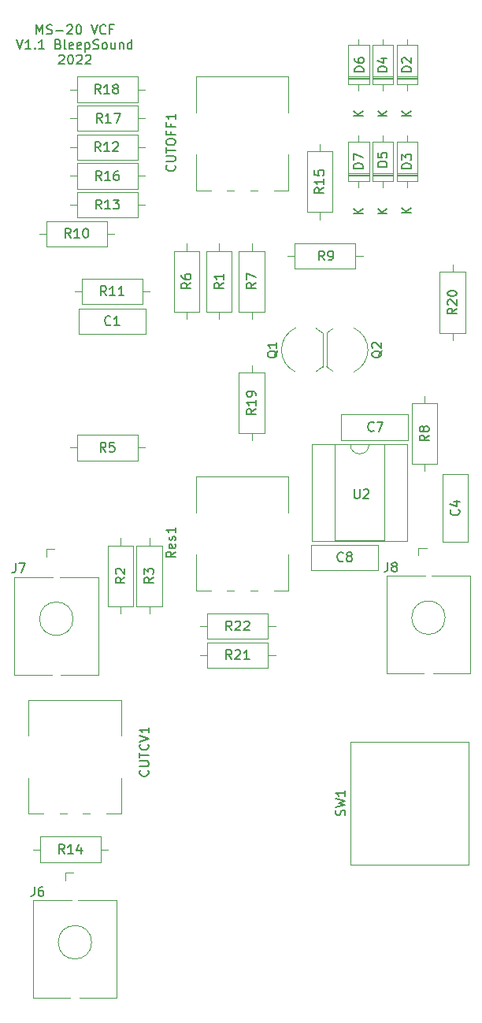
<source format=gto>
G04 #@! TF.GenerationSoftware,KiCad,Pcbnew,6.0.9+dfsg-1~bpo11+1*
G04 #@! TF.CreationDate,2022-12-28T23:23:11+00:00*
G04 #@! TF.ProjectId,MS20-VCF,4d533230-2d56-4434-962e-6b696361645f,rev?*
G04 #@! TF.SameCoordinates,Original*
G04 #@! TF.FileFunction,Legend,Top*
G04 #@! TF.FilePolarity,Positive*
%FSLAX46Y46*%
G04 Gerber Fmt 4.6, Leading zero omitted, Abs format (unit mm)*
G04 Created by KiCad (PCBNEW 6.0.9+dfsg-1~bpo11+1) date 2022-12-28 23:23:11*
%MOMM*%
%LPD*%
G01*
G04 APERTURE LIST*
%ADD10C,0.150000*%
%ADD11C,0.120000*%
%ADD12C,1.600000*%
%ADD13C,4.000000*%
%ADD14C,1.800000*%
%ADD15R,1.600000X1.600000*%
%ADD16O,1.600000X1.600000*%
%ADD17R,1.930000X1.830000*%
%ADD18C,2.130000*%
%ADD19R,1.500000X1.500000*%
%ADD20C,1.500000*%
%ADD21O,3.700000X2.400000*%
%ADD22R,1.800000X1.800000*%
%ADD23C,2.000000*%
%ADD24O,2.000000X2.000000*%
%ADD25C,1.700000*%
%ADD26C,1.440000*%
G04 APERTURE END LIST*
D10*
X37880952Y-38342380D02*
X37880952Y-37342380D01*
X38214285Y-38056666D01*
X38547619Y-37342380D01*
X38547619Y-38342380D01*
X38976190Y-38294761D02*
X39119047Y-38342380D01*
X39357142Y-38342380D01*
X39452380Y-38294761D01*
X39500000Y-38247142D01*
X39547619Y-38151904D01*
X39547619Y-38056666D01*
X39500000Y-37961428D01*
X39452380Y-37913809D01*
X39357142Y-37866190D01*
X39166666Y-37818571D01*
X39071428Y-37770952D01*
X39023809Y-37723333D01*
X38976190Y-37628095D01*
X38976190Y-37532857D01*
X39023809Y-37437619D01*
X39071428Y-37390000D01*
X39166666Y-37342380D01*
X39404761Y-37342380D01*
X39547619Y-37390000D01*
X39976190Y-37961428D02*
X40738095Y-37961428D01*
X41166666Y-37437619D02*
X41214285Y-37390000D01*
X41309523Y-37342380D01*
X41547619Y-37342380D01*
X41642857Y-37390000D01*
X41690476Y-37437619D01*
X41738095Y-37532857D01*
X41738095Y-37628095D01*
X41690476Y-37770952D01*
X41119047Y-38342380D01*
X41738095Y-38342380D01*
X42357142Y-37342380D02*
X42452380Y-37342380D01*
X42547619Y-37390000D01*
X42595238Y-37437619D01*
X42642857Y-37532857D01*
X42690476Y-37723333D01*
X42690476Y-37961428D01*
X42642857Y-38151904D01*
X42595238Y-38247142D01*
X42547619Y-38294761D01*
X42452380Y-38342380D01*
X42357142Y-38342380D01*
X42261904Y-38294761D01*
X42214285Y-38247142D01*
X42166666Y-38151904D01*
X42119047Y-37961428D01*
X42119047Y-37723333D01*
X42166666Y-37532857D01*
X42214285Y-37437619D01*
X42261904Y-37390000D01*
X42357142Y-37342380D01*
X43738095Y-37342380D02*
X44071428Y-38342380D01*
X44404761Y-37342380D01*
X45309523Y-38247142D02*
X45261904Y-38294761D01*
X45119047Y-38342380D01*
X45023809Y-38342380D01*
X44880952Y-38294761D01*
X44785714Y-38199523D01*
X44738095Y-38104285D01*
X44690476Y-37913809D01*
X44690476Y-37770952D01*
X44738095Y-37580476D01*
X44785714Y-37485238D01*
X44880952Y-37390000D01*
X45023809Y-37342380D01*
X45119047Y-37342380D01*
X45261904Y-37390000D01*
X45309523Y-37437619D01*
X46071428Y-37818571D02*
X45738095Y-37818571D01*
X45738095Y-38342380D02*
X45738095Y-37342380D01*
X46214285Y-37342380D01*
X35738095Y-38952380D02*
X36071428Y-39952380D01*
X36404761Y-38952380D01*
X37261904Y-39952380D02*
X36690476Y-39952380D01*
X36976190Y-39952380D02*
X36976190Y-38952380D01*
X36880952Y-39095238D01*
X36785714Y-39190476D01*
X36690476Y-39238095D01*
X37690476Y-39857142D02*
X37738095Y-39904761D01*
X37690476Y-39952380D01*
X37642857Y-39904761D01*
X37690476Y-39857142D01*
X37690476Y-39952380D01*
X38690476Y-39952380D02*
X38119047Y-39952380D01*
X38404761Y-39952380D02*
X38404761Y-38952380D01*
X38309523Y-39095238D01*
X38214285Y-39190476D01*
X38119047Y-39238095D01*
X40214285Y-39428571D02*
X40357142Y-39476190D01*
X40404761Y-39523809D01*
X40452380Y-39619047D01*
X40452380Y-39761904D01*
X40404761Y-39857142D01*
X40357142Y-39904761D01*
X40261904Y-39952380D01*
X39880952Y-39952380D01*
X39880952Y-38952380D01*
X40214285Y-38952380D01*
X40309523Y-39000000D01*
X40357142Y-39047619D01*
X40404761Y-39142857D01*
X40404761Y-39238095D01*
X40357142Y-39333333D01*
X40309523Y-39380952D01*
X40214285Y-39428571D01*
X39880952Y-39428571D01*
X41023809Y-39952380D02*
X40928571Y-39904761D01*
X40880952Y-39809523D01*
X40880952Y-38952380D01*
X41785714Y-39904761D02*
X41690476Y-39952380D01*
X41500000Y-39952380D01*
X41404761Y-39904761D01*
X41357142Y-39809523D01*
X41357142Y-39428571D01*
X41404761Y-39333333D01*
X41500000Y-39285714D01*
X41690476Y-39285714D01*
X41785714Y-39333333D01*
X41833333Y-39428571D01*
X41833333Y-39523809D01*
X41357142Y-39619047D01*
X42642857Y-39904761D02*
X42547619Y-39952380D01*
X42357142Y-39952380D01*
X42261904Y-39904761D01*
X42214285Y-39809523D01*
X42214285Y-39428571D01*
X42261904Y-39333333D01*
X42357142Y-39285714D01*
X42547619Y-39285714D01*
X42642857Y-39333333D01*
X42690476Y-39428571D01*
X42690476Y-39523809D01*
X42214285Y-39619047D01*
X43119047Y-39285714D02*
X43119047Y-40285714D01*
X43119047Y-39333333D02*
X43214285Y-39285714D01*
X43404761Y-39285714D01*
X43500000Y-39333333D01*
X43547619Y-39380952D01*
X43595238Y-39476190D01*
X43595238Y-39761904D01*
X43547619Y-39857142D01*
X43500000Y-39904761D01*
X43404761Y-39952380D01*
X43214285Y-39952380D01*
X43119047Y-39904761D01*
X43976190Y-39904761D02*
X44119047Y-39952380D01*
X44357142Y-39952380D01*
X44452380Y-39904761D01*
X44500000Y-39857142D01*
X44547619Y-39761904D01*
X44547619Y-39666666D01*
X44500000Y-39571428D01*
X44452380Y-39523809D01*
X44357142Y-39476190D01*
X44166666Y-39428571D01*
X44071428Y-39380952D01*
X44023809Y-39333333D01*
X43976190Y-39238095D01*
X43976190Y-39142857D01*
X44023809Y-39047619D01*
X44071428Y-39000000D01*
X44166666Y-38952380D01*
X44404761Y-38952380D01*
X44547619Y-39000000D01*
X45119047Y-39952380D02*
X45023809Y-39904761D01*
X44976190Y-39857142D01*
X44928571Y-39761904D01*
X44928571Y-39476190D01*
X44976190Y-39380952D01*
X45023809Y-39333333D01*
X45119047Y-39285714D01*
X45261904Y-39285714D01*
X45357142Y-39333333D01*
X45404761Y-39380952D01*
X45452380Y-39476190D01*
X45452380Y-39761904D01*
X45404761Y-39857142D01*
X45357142Y-39904761D01*
X45261904Y-39952380D01*
X45119047Y-39952380D01*
X46309523Y-39285714D02*
X46309523Y-39952380D01*
X45880952Y-39285714D02*
X45880952Y-39809523D01*
X45928571Y-39904761D01*
X46023809Y-39952380D01*
X46166666Y-39952380D01*
X46261904Y-39904761D01*
X46309523Y-39857142D01*
X46785714Y-39285714D02*
X46785714Y-39952380D01*
X46785714Y-39380952D02*
X46833333Y-39333333D01*
X46928571Y-39285714D01*
X47071428Y-39285714D01*
X47166666Y-39333333D01*
X47214285Y-39428571D01*
X47214285Y-39952380D01*
X48119047Y-39952380D02*
X48119047Y-38952380D01*
X48119047Y-39904761D02*
X48023809Y-39952380D01*
X47833333Y-39952380D01*
X47738095Y-39904761D01*
X47690476Y-39857142D01*
X47642857Y-39761904D01*
X47642857Y-39476190D01*
X47690476Y-39380952D01*
X47738095Y-39333333D01*
X47833333Y-39285714D01*
X48023809Y-39285714D01*
X48119047Y-39333333D01*
X40285714Y-40657619D02*
X40333333Y-40610000D01*
X40428571Y-40562380D01*
X40666666Y-40562380D01*
X40761904Y-40610000D01*
X40809523Y-40657619D01*
X40857142Y-40752857D01*
X40857142Y-40848095D01*
X40809523Y-40990952D01*
X40238095Y-41562380D01*
X40857142Y-41562380D01*
X41476190Y-40562380D02*
X41571428Y-40562380D01*
X41666666Y-40610000D01*
X41714285Y-40657619D01*
X41761904Y-40752857D01*
X41809523Y-40943333D01*
X41809523Y-41181428D01*
X41761904Y-41371904D01*
X41714285Y-41467142D01*
X41666666Y-41514761D01*
X41571428Y-41562380D01*
X41476190Y-41562380D01*
X41380952Y-41514761D01*
X41333333Y-41467142D01*
X41285714Y-41371904D01*
X41238095Y-41181428D01*
X41238095Y-40943333D01*
X41285714Y-40752857D01*
X41333333Y-40657619D01*
X41380952Y-40610000D01*
X41476190Y-40562380D01*
X42190476Y-40657619D02*
X42238095Y-40610000D01*
X42333333Y-40562380D01*
X42571428Y-40562380D01*
X42666666Y-40610000D01*
X42714285Y-40657619D01*
X42761904Y-40752857D01*
X42761904Y-40848095D01*
X42714285Y-40990952D01*
X42142857Y-41562380D01*
X42761904Y-41562380D01*
X43142857Y-40657619D02*
X43190476Y-40610000D01*
X43285714Y-40562380D01*
X43523809Y-40562380D01*
X43619047Y-40610000D01*
X43666666Y-40657619D01*
X43714285Y-40752857D01*
X43714285Y-40848095D01*
X43666666Y-40990952D01*
X43095238Y-41562380D01*
X43714285Y-41562380D01*
X83257142Y-89466666D02*
X83304761Y-89514285D01*
X83352380Y-89657142D01*
X83352380Y-89752380D01*
X83304761Y-89895238D01*
X83209523Y-89990476D01*
X83114285Y-90038095D01*
X82923809Y-90085714D01*
X82780952Y-90085714D01*
X82590476Y-90038095D01*
X82495238Y-89990476D01*
X82400000Y-89895238D01*
X82352380Y-89752380D01*
X82352380Y-89657142D01*
X82400000Y-89514285D01*
X82447619Y-89466666D01*
X82685714Y-88609523D02*
X83352380Y-88609523D01*
X82304761Y-88847619D02*
X83019047Y-89085714D01*
X83019047Y-88466666D01*
X49857142Y-117500000D02*
X49904761Y-117547619D01*
X49952380Y-117690476D01*
X49952380Y-117785714D01*
X49904761Y-117928571D01*
X49809523Y-118023809D01*
X49714285Y-118071428D01*
X49523809Y-118119047D01*
X49380952Y-118119047D01*
X49190476Y-118071428D01*
X49095238Y-118023809D01*
X49000000Y-117928571D01*
X48952380Y-117785714D01*
X48952380Y-117690476D01*
X49000000Y-117547619D01*
X49047619Y-117500000D01*
X48952380Y-117071428D02*
X49761904Y-117071428D01*
X49857142Y-117023809D01*
X49904761Y-116976190D01*
X49952380Y-116880952D01*
X49952380Y-116690476D01*
X49904761Y-116595238D01*
X49857142Y-116547619D01*
X49761904Y-116500000D01*
X48952380Y-116500000D01*
X48952380Y-116166666D02*
X48952380Y-115595238D01*
X49952380Y-115880952D02*
X48952380Y-115880952D01*
X49857142Y-114690476D02*
X49904761Y-114738095D01*
X49952380Y-114880952D01*
X49952380Y-114976190D01*
X49904761Y-115119047D01*
X49809523Y-115214285D01*
X49714285Y-115261904D01*
X49523809Y-115309523D01*
X49380952Y-115309523D01*
X49190476Y-115261904D01*
X49095238Y-115214285D01*
X49000000Y-115119047D01*
X48952380Y-114976190D01*
X48952380Y-114880952D01*
X49000000Y-114738095D01*
X49047619Y-114690476D01*
X48952380Y-114404761D02*
X49952380Y-114071428D01*
X48952380Y-113738095D01*
X49952380Y-112880952D02*
X49952380Y-113452380D01*
X49952380Y-113166666D02*
X48952380Y-113166666D01*
X49095238Y-113261904D01*
X49190476Y-113357142D01*
X49238095Y-113452380D01*
X52707142Y-52452380D02*
X52754761Y-52500000D01*
X52802380Y-52642857D01*
X52802380Y-52738095D01*
X52754761Y-52880952D01*
X52659523Y-52976190D01*
X52564285Y-53023809D01*
X52373809Y-53071428D01*
X52230952Y-53071428D01*
X52040476Y-53023809D01*
X51945238Y-52976190D01*
X51850000Y-52880952D01*
X51802380Y-52738095D01*
X51802380Y-52642857D01*
X51850000Y-52500000D01*
X51897619Y-52452380D01*
X51802380Y-52023809D02*
X52611904Y-52023809D01*
X52707142Y-51976190D01*
X52754761Y-51928571D01*
X52802380Y-51833333D01*
X52802380Y-51642857D01*
X52754761Y-51547619D01*
X52707142Y-51500000D01*
X52611904Y-51452380D01*
X51802380Y-51452380D01*
X51802380Y-51119047D02*
X51802380Y-50547619D01*
X52802380Y-50833333D02*
X51802380Y-50833333D01*
X51802380Y-50023809D02*
X51802380Y-49833333D01*
X51850000Y-49738095D01*
X51945238Y-49642857D01*
X52135714Y-49595238D01*
X52469047Y-49595238D01*
X52659523Y-49642857D01*
X52754761Y-49738095D01*
X52802380Y-49833333D01*
X52802380Y-50023809D01*
X52754761Y-50119047D01*
X52659523Y-50214285D01*
X52469047Y-50261904D01*
X52135714Y-50261904D01*
X51945238Y-50214285D01*
X51850000Y-50119047D01*
X51802380Y-50023809D01*
X52278571Y-48833333D02*
X52278571Y-49166666D01*
X52802380Y-49166666D02*
X51802380Y-49166666D01*
X51802380Y-48690476D01*
X52278571Y-47976190D02*
X52278571Y-48309523D01*
X52802380Y-48309523D02*
X51802380Y-48309523D01*
X51802380Y-47833333D01*
X52802380Y-46928571D02*
X52802380Y-47500000D01*
X52802380Y-47214285D02*
X51802380Y-47214285D01*
X51945238Y-47309523D01*
X52040476Y-47404761D01*
X52088095Y-47500000D01*
X78152380Y-42388095D02*
X77152380Y-42388095D01*
X77152380Y-42150000D01*
X77200000Y-42007142D01*
X77295238Y-41911904D01*
X77390476Y-41864285D01*
X77580952Y-41816666D01*
X77723809Y-41816666D01*
X77914285Y-41864285D01*
X78009523Y-41911904D01*
X78104761Y-42007142D01*
X78152380Y-42150000D01*
X78152380Y-42388095D01*
X77247619Y-41435714D02*
X77200000Y-41388095D01*
X77152380Y-41292857D01*
X77152380Y-41054761D01*
X77200000Y-40959523D01*
X77247619Y-40911904D01*
X77342857Y-40864285D01*
X77438095Y-40864285D01*
X77580952Y-40911904D01*
X78152380Y-41483333D01*
X78152380Y-40864285D01*
X78152380Y-47161904D02*
X77152380Y-47161904D01*
X78152380Y-46590476D02*
X77580952Y-47019047D01*
X77152380Y-46590476D02*
X77723809Y-47161904D01*
X78152380Y-52788095D02*
X77152380Y-52788095D01*
X77152380Y-52550000D01*
X77200000Y-52407142D01*
X77295238Y-52311904D01*
X77390476Y-52264285D01*
X77580952Y-52216666D01*
X77723809Y-52216666D01*
X77914285Y-52264285D01*
X78009523Y-52311904D01*
X78104761Y-52407142D01*
X78152380Y-52550000D01*
X78152380Y-52788095D01*
X77152380Y-51883333D02*
X77152380Y-51264285D01*
X77533333Y-51597619D01*
X77533333Y-51454761D01*
X77580952Y-51359523D01*
X77628571Y-51311904D01*
X77723809Y-51264285D01*
X77961904Y-51264285D01*
X78057142Y-51311904D01*
X78104761Y-51359523D01*
X78152380Y-51454761D01*
X78152380Y-51740476D01*
X78104761Y-51835714D01*
X78057142Y-51883333D01*
X78152380Y-57561904D02*
X77152380Y-57561904D01*
X78152380Y-56990476D02*
X77580952Y-57419047D01*
X77152380Y-56990476D02*
X77723809Y-57561904D01*
X75552380Y-42388095D02*
X74552380Y-42388095D01*
X74552380Y-42150000D01*
X74600000Y-42007142D01*
X74695238Y-41911904D01*
X74790476Y-41864285D01*
X74980952Y-41816666D01*
X75123809Y-41816666D01*
X75314285Y-41864285D01*
X75409523Y-41911904D01*
X75504761Y-42007142D01*
X75552380Y-42150000D01*
X75552380Y-42388095D01*
X74885714Y-40959523D02*
X75552380Y-40959523D01*
X74504761Y-41197619D02*
X75219047Y-41435714D01*
X75219047Y-40816666D01*
X75552380Y-47161904D02*
X74552380Y-47161904D01*
X75552380Y-46590476D02*
X74980952Y-47019047D01*
X74552380Y-46590476D02*
X75123809Y-47161904D01*
X75552380Y-52598095D02*
X74552380Y-52598095D01*
X74552380Y-52360000D01*
X74600000Y-52217142D01*
X74695238Y-52121904D01*
X74790476Y-52074285D01*
X74980952Y-52026666D01*
X75123809Y-52026666D01*
X75314285Y-52074285D01*
X75409523Y-52121904D01*
X75504761Y-52217142D01*
X75552380Y-52360000D01*
X75552380Y-52598095D01*
X74552380Y-51121904D02*
X74552380Y-51598095D01*
X75028571Y-51645714D01*
X74980952Y-51598095D01*
X74933333Y-51502857D01*
X74933333Y-51264761D01*
X74980952Y-51169523D01*
X75028571Y-51121904D01*
X75123809Y-51074285D01*
X75361904Y-51074285D01*
X75457142Y-51121904D01*
X75504761Y-51169523D01*
X75552380Y-51264761D01*
X75552380Y-51502857D01*
X75504761Y-51598095D01*
X75457142Y-51645714D01*
X75552380Y-57661904D02*
X74552380Y-57661904D01*
X75552380Y-57090476D02*
X74980952Y-57519047D01*
X74552380Y-57090476D02*
X75123809Y-57661904D01*
X73052380Y-42388095D02*
X72052380Y-42388095D01*
X72052380Y-42150000D01*
X72100000Y-42007142D01*
X72195238Y-41911904D01*
X72290476Y-41864285D01*
X72480952Y-41816666D01*
X72623809Y-41816666D01*
X72814285Y-41864285D01*
X72909523Y-41911904D01*
X73004761Y-42007142D01*
X73052380Y-42150000D01*
X73052380Y-42388095D01*
X72052380Y-40959523D02*
X72052380Y-41150000D01*
X72100000Y-41245238D01*
X72147619Y-41292857D01*
X72290476Y-41388095D01*
X72480952Y-41435714D01*
X72861904Y-41435714D01*
X72957142Y-41388095D01*
X73004761Y-41340476D01*
X73052380Y-41245238D01*
X73052380Y-41054761D01*
X73004761Y-40959523D01*
X72957142Y-40911904D01*
X72861904Y-40864285D01*
X72623809Y-40864285D01*
X72528571Y-40911904D01*
X72480952Y-40959523D01*
X72433333Y-41054761D01*
X72433333Y-41245238D01*
X72480952Y-41340476D01*
X72528571Y-41388095D01*
X72623809Y-41435714D01*
X72952380Y-47161904D02*
X71952380Y-47161904D01*
X72952380Y-46590476D02*
X72380952Y-47019047D01*
X71952380Y-46590476D02*
X72523809Y-47161904D01*
X72952380Y-52788095D02*
X71952380Y-52788095D01*
X71952380Y-52550000D01*
X72000000Y-52407142D01*
X72095238Y-52311904D01*
X72190476Y-52264285D01*
X72380952Y-52216666D01*
X72523809Y-52216666D01*
X72714285Y-52264285D01*
X72809523Y-52311904D01*
X72904761Y-52407142D01*
X72952380Y-52550000D01*
X72952380Y-52788095D01*
X71952380Y-51883333D02*
X71952380Y-51216666D01*
X72952380Y-51645238D01*
X72952380Y-57661904D02*
X71952380Y-57661904D01*
X72952380Y-57090476D02*
X72380952Y-57519047D01*
X71952380Y-57090476D02*
X72523809Y-57661904D01*
X37636666Y-130032380D02*
X37636666Y-130746666D01*
X37589047Y-130889523D01*
X37493809Y-130984761D01*
X37350952Y-131032380D01*
X37255714Y-131032380D01*
X38541428Y-130032380D02*
X38350952Y-130032380D01*
X38255714Y-130080000D01*
X38208095Y-130127619D01*
X38112857Y-130270476D01*
X38065238Y-130460952D01*
X38065238Y-130841904D01*
X38112857Y-130937142D01*
X38160476Y-130984761D01*
X38255714Y-131032380D01*
X38446190Y-131032380D01*
X38541428Y-130984761D01*
X38589047Y-130937142D01*
X38636666Y-130841904D01*
X38636666Y-130603809D01*
X38589047Y-130508571D01*
X38541428Y-130460952D01*
X38446190Y-130413333D01*
X38255714Y-130413333D01*
X38160476Y-130460952D01*
X38112857Y-130508571D01*
X38065238Y-130603809D01*
X35636666Y-95252380D02*
X35636666Y-95966666D01*
X35589047Y-96109523D01*
X35493809Y-96204761D01*
X35350952Y-96252380D01*
X35255714Y-96252380D01*
X36017619Y-95252380D02*
X36684285Y-95252380D01*
X36255714Y-96252380D01*
X75636666Y-95132380D02*
X75636666Y-95846666D01*
X75589047Y-95989523D01*
X75493809Y-96084761D01*
X75350952Y-96132380D01*
X75255714Y-96132380D01*
X76255714Y-95560952D02*
X76160476Y-95513333D01*
X76112857Y-95465714D01*
X76065238Y-95370476D01*
X76065238Y-95322857D01*
X76112857Y-95227619D01*
X76160476Y-95180000D01*
X76255714Y-95132380D01*
X76446190Y-95132380D01*
X76541428Y-95180000D01*
X76589047Y-95227619D01*
X76636666Y-95322857D01*
X76636666Y-95370476D01*
X76589047Y-95465714D01*
X76541428Y-95513333D01*
X76446190Y-95560952D01*
X76255714Y-95560952D01*
X76160476Y-95608571D01*
X76112857Y-95656190D01*
X76065238Y-95751428D01*
X76065238Y-95941904D01*
X76112857Y-96037142D01*
X76160476Y-96084761D01*
X76255714Y-96132380D01*
X76446190Y-96132380D01*
X76541428Y-96084761D01*
X76589047Y-96037142D01*
X76636666Y-95941904D01*
X76636666Y-95751428D01*
X76589047Y-95656190D01*
X76541428Y-95608571D01*
X76446190Y-95560952D01*
X63787619Y-72395238D02*
X63740000Y-72490476D01*
X63644761Y-72585714D01*
X63501904Y-72728571D01*
X63454285Y-72823809D01*
X63454285Y-72919047D01*
X63692380Y-72871428D02*
X63644761Y-72966666D01*
X63549523Y-73061904D01*
X63359047Y-73109523D01*
X63025714Y-73109523D01*
X62835238Y-73061904D01*
X62740000Y-72966666D01*
X62692380Y-72871428D01*
X62692380Y-72680952D01*
X62740000Y-72585714D01*
X62835238Y-72490476D01*
X63025714Y-72442857D01*
X63359047Y-72442857D01*
X63549523Y-72490476D01*
X63644761Y-72585714D01*
X63692380Y-72680952D01*
X63692380Y-72871428D01*
X63692380Y-71490476D02*
X63692380Y-72061904D01*
X63692380Y-71776190D02*
X62692380Y-71776190D01*
X62835238Y-71871428D01*
X62930476Y-71966666D01*
X62978095Y-72061904D01*
X75007619Y-72395238D02*
X74960000Y-72490476D01*
X74864761Y-72585714D01*
X74721904Y-72728571D01*
X74674285Y-72823809D01*
X74674285Y-72919047D01*
X74912380Y-72871428D02*
X74864761Y-72966666D01*
X74769523Y-73061904D01*
X74579047Y-73109523D01*
X74245714Y-73109523D01*
X74055238Y-73061904D01*
X73960000Y-72966666D01*
X73912380Y-72871428D01*
X73912380Y-72680952D01*
X73960000Y-72585714D01*
X74055238Y-72490476D01*
X74245714Y-72442857D01*
X74579047Y-72442857D01*
X74769523Y-72490476D01*
X74864761Y-72585714D01*
X74912380Y-72680952D01*
X74912380Y-72871428D01*
X74007619Y-72061904D02*
X73960000Y-72014285D01*
X73912380Y-71919047D01*
X73912380Y-71680952D01*
X73960000Y-71585714D01*
X74007619Y-71538095D01*
X74102857Y-71490476D01*
X74198095Y-71490476D01*
X74340952Y-71538095D01*
X74912380Y-72109523D01*
X74912380Y-71490476D01*
X57952380Y-65086666D02*
X57476190Y-65420000D01*
X57952380Y-65658095D02*
X56952380Y-65658095D01*
X56952380Y-65277142D01*
X57000000Y-65181904D01*
X57047619Y-65134285D01*
X57142857Y-65086666D01*
X57285714Y-65086666D01*
X57380952Y-65134285D01*
X57428571Y-65181904D01*
X57476190Y-65277142D01*
X57476190Y-65658095D01*
X57952380Y-64134285D02*
X57952380Y-64705714D01*
X57952380Y-64420000D02*
X56952380Y-64420000D01*
X57095238Y-64515238D01*
X57190476Y-64610476D01*
X57238095Y-64705714D01*
X50452380Y-96746666D02*
X49976190Y-97080000D01*
X50452380Y-97318095D02*
X49452380Y-97318095D01*
X49452380Y-96937142D01*
X49500000Y-96841904D01*
X49547619Y-96794285D01*
X49642857Y-96746666D01*
X49785714Y-96746666D01*
X49880952Y-96794285D01*
X49928571Y-96841904D01*
X49976190Y-96937142D01*
X49976190Y-97318095D01*
X49452380Y-96413333D02*
X49452380Y-95794285D01*
X49833333Y-96127619D01*
X49833333Y-95984761D01*
X49880952Y-95889523D01*
X49928571Y-95841904D01*
X50023809Y-95794285D01*
X50261904Y-95794285D01*
X50357142Y-95841904D01*
X50404761Y-95889523D01*
X50452380Y-95984761D01*
X50452380Y-96270476D01*
X50404761Y-96365714D01*
X50357142Y-96413333D01*
X45313333Y-83252380D02*
X44980000Y-82776190D01*
X44741904Y-83252380D02*
X44741904Y-82252380D01*
X45122857Y-82252380D01*
X45218095Y-82300000D01*
X45265714Y-82347619D01*
X45313333Y-82442857D01*
X45313333Y-82585714D01*
X45265714Y-82680952D01*
X45218095Y-82728571D01*
X45122857Y-82776190D01*
X44741904Y-82776190D01*
X46218095Y-82252380D02*
X45741904Y-82252380D01*
X45694285Y-82728571D01*
X45741904Y-82680952D01*
X45837142Y-82633333D01*
X46075238Y-82633333D01*
X46170476Y-82680952D01*
X46218095Y-82728571D01*
X46265714Y-82823809D01*
X46265714Y-83061904D01*
X46218095Y-83157142D01*
X46170476Y-83204761D01*
X46075238Y-83252380D01*
X45837142Y-83252380D01*
X45741904Y-83204761D01*
X45694285Y-83157142D01*
X54452380Y-65086666D02*
X53976190Y-65420000D01*
X54452380Y-65658095D02*
X53452380Y-65658095D01*
X53452380Y-65277142D01*
X53500000Y-65181904D01*
X53547619Y-65134285D01*
X53642857Y-65086666D01*
X53785714Y-65086666D01*
X53880952Y-65134285D01*
X53928571Y-65181904D01*
X53976190Y-65277142D01*
X53976190Y-65658095D01*
X53452380Y-64229523D02*
X53452380Y-64420000D01*
X53500000Y-64515238D01*
X53547619Y-64562857D01*
X53690476Y-64658095D01*
X53880952Y-64705714D01*
X54261904Y-64705714D01*
X54357142Y-64658095D01*
X54404761Y-64610476D01*
X54452380Y-64515238D01*
X54452380Y-64324761D01*
X54404761Y-64229523D01*
X54357142Y-64181904D01*
X54261904Y-64134285D01*
X54023809Y-64134285D01*
X53928571Y-64181904D01*
X53880952Y-64229523D01*
X53833333Y-64324761D01*
X53833333Y-64515238D01*
X53880952Y-64610476D01*
X53928571Y-64658095D01*
X54023809Y-64705714D01*
X61452380Y-65086666D02*
X60976190Y-65420000D01*
X61452380Y-65658095D02*
X60452380Y-65658095D01*
X60452380Y-65277142D01*
X60500000Y-65181904D01*
X60547619Y-65134285D01*
X60642857Y-65086666D01*
X60785714Y-65086666D01*
X60880952Y-65134285D01*
X60928571Y-65181904D01*
X60976190Y-65277142D01*
X60976190Y-65658095D01*
X60452380Y-64753333D02*
X60452380Y-64086666D01*
X61452380Y-64515238D01*
X68813333Y-62652380D02*
X68480000Y-62176190D01*
X68241904Y-62652380D02*
X68241904Y-61652380D01*
X68622857Y-61652380D01*
X68718095Y-61700000D01*
X68765714Y-61747619D01*
X68813333Y-61842857D01*
X68813333Y-61985714D01*
X68765714Y-62080952D01*
X68718095Y-62128571D01*
X68622857Y-62176190D01*
X68241904Y-62176190D01*
X69289523Y-62652380D02*
X69480000Y-62652380D01*
X69575238Y-62604761D01*
X69622857Y-62557142D01*
X69718095Y-62414285D01*
X69765714Y-62223809D01*
X69765714Y-61842857D01*
X69718095Y-61747619D01*
X69670476Y-61700000D01*
X69575238Y-61652380D01*
X69384761Y-61652380D01*
X69289523Y-61700000D01*
X69241904Y-61747619D01*
X69194285Y-61842857D01*
X69194285Y-62080952D01*
X69241904Y-62176190D01*
X69289523Y-62223809D01*
X69384761Y-62271428D01*
X69575238Y-62271428D01*
X69670476Y-62223809D01*
X69718095Y-62176190D01*
X69765714Y-62080952D01*
X45357142Y-66452380D02*
X45023809Y-65976190D01*
X44785714Y-66452380D02*
X44785714Y-65452380D01*
X45166666Y-65452380D01*
X45261904Y-65500000D01*
X45309523Y-65547619D01*
X45357142Y-65642857D01*
X45357142Y-65785714D01*
X45309523Y-65880952D01*
X45261904Y-65928571D01*
X45166666Y-65976190D01*
X44785714Y-65976190D01*
X46309523Y-66452380D02*
X45738095Y-66452380D01*
X46023809Y-66452380D02*
X46023809Y-65452380D01*
X45928571Y-65595238D01*
X45833333Y-65690476D01*
X45738095Y-65738095D01*
X47261904Y-66452380D02*
X46690476Y-66452380D01*
X46976190Y-66452380D02*
X46976190Y-65452380D01*
X46880952Y-65595238D01*
X46785714Y-65690476D01*
X46690476Y-65738095D01*
X44757142Y-50952380D02*
X44423809Y-50476190D01*
X44185714Y-50952380D02*
X44185714Y-49952380D01*
X44566666Y-49952380D01*
X44661904Y-50000000D01*
X44709523Y-50047619D01*
X44757142Y-50142857D01*
X44757142Y-50285714D01*
X44709523Y-50380952D01*
X44661904Y-50428571D01*
X44566666Y-50476190D01*
X44185714Y-50476190D01*
X45709523Y-50952380D02*
X45138095Y-50952380D01*
X45423809Y-50952380D02*
X45423809Y-49952380D01*
X45328571Y-50095238D01*
X45233333Y-50190476D01*
X45138095Y-50238095D01*
X46090476Y-50047619D02*
X46138095Y-50000000D01*
X46233333Y-49952380D01*
X46471428Y-49952380D01*
X46566666Y-50000000D01*
X46614285Y-50047619D01*
X46661904Y-50142857D01*
X46661904Y-50238095D01*
X46614285Y-50380952D01*
X46042857Y-50952380D01*
X46661904Y-50952380D01*
X44837142Y-57152380D02*
X44503809Y-56676190D01*
X44265714Y-57152380D02*
X44265714Y-56152380D01*
X44646666Y-56152380D01*
X44741904Y-56200000D01*
X44789523Y-56247619D01*
X44837142Y-56342857D01*
X44837142Y-56485714D01*
X44789523Y-56580952D01*
X44741904Y-56628571D01*
X44646666Y-56676190D01*
X44265714Y-56676190D01*
X45789523Y-57152380D02*
X45218095Y-57152380D01*
X45503809Y-57152380D02*
X45503809Y-56152380D01*
X45408571Y-56295238D01*
X45313333Y-56390476D01*
X45218095Y-56438095D01*
X46122857Y-56152380D02*
X46741904Y-56152380D01*
X46408571Y-56533333D01*
X46551428Y-56533333D01*
X46646666Y-56580952D01*
X46694285Y-56628571D01*
X46741904Y-56723809D01*
X46741904Y-56961904D01*
X46694285Y-57057142D01*
X46646666Y-57104761D01*
X46551428Y-57152380D01*
X46265714Y-57152380D01*
X46170476Y-57104761D01*
X46122857Y-57057142D01*
X40857142Y-126452380D02*
X40523809Y-125976190D01*
X40285714Y-126452380D02*
X40285714Y-125452380D01*
X40666666Y-125452380D01*
X40761904Y-125500000D01*
X40809523Y-125547619D01*
X40857142Y-125642857D01*
X40857142Y-125785714D01*
X40809523Y-125880952D01*
X40761904Y-125928571D01*
X40666666Y-125976190D01*
X40285714Y-125976190D01*
X41809523Y-126452380D02*
X41238095Y-126452380D01*
X41523809Y-126452380D02*
X41523809Y-125452380D01*
X41428571Y-125595238D01*
X41333333Y-125690476D01*
X41238095Y-125738095D01*
X42666666Y-125785714D02*
X42666666Y-126452380D01*
X42428571Y-125404761D02*
X42190476Y-126119047D01*
X42809523Y-126119047D01*
X68752380Y-54862857D02*
X68276190Y-55196190D01*
X68752380Y-55434285D02*
X67752380Y-55434285D01*
X67752380Y-55053333D01*
X67800000Y-54958095D01*
X67847619Y-54910476D01*
X67942857Y-54862857D01*
X68085714Y-54862857D01*
X68180952Y-54910476D01*
X68228571Y-54958095D01*
X68276190Y-55053333D01*
X68276190Y-55434285D01*
X68752380Y-53910476D02*
X68752380Y-54481904D01*
X68752380Y-54196190D02*
X67752380Y-54196190D01*
X67895238Y-54291428D01*
X67990476Y-54386666D01*
X68038095Y-54481904D01*
X67752380Y-53005714D02*
X67752380Y-53481904D01*
X68228571Y-53529523D01*
X68180952Y-53481904D01*
X68133333Y-53386666D01*
X68133333Y-53148571D01*
X68180952Y-53053333D01*
X68228571Y-53005714D01*
X68323809Y-52958095D01*
X68561904Y-52958095D01*
X68657142Y-53005714D01*
X68704761Y-53053333D01*
X68752380Y-53148571D01*
X68752380Y-53386666D01*
X68704761Y-53481904D01*
X68657142Y-53529523D01*
X44837142Y-54052380D02*
X44503809Y-53576190D01*
X44265714Y-54052380D02*
X44265714Y-53052380D01*
X44646666Y-53052380D01*
X44741904Y-53100000D01*
X44789523Y-53147619D01*
X44837142Y-53242857D01*
X44837142Y-53385714D01*
X44789523Y-53480952D01*
X44741904Y-53528571D01*
X44646666Y-53576190D01*
X44265714Y-53576190D01*
X45789523Y-54052380D02*
X45218095Y-54052380D01*
X45503809Y-54052380D02*
X45503809Y-53052380D01*
X45408571Y-53195238D01*
X45313333Y-53290476D01*
X45218095Y-53338095D01*
X46646666Y-53052380D02*
X46456190Y-53052380D01*
X46360952Y-53100000D01*
X46313333Y-53147619D01*
X46218095Y-53290476D01*
X46170476Y-53480952D01*
X46170476Y-53861904D01*
X46218095Y-53957142D01*
X46265714Y-54004761D01*
X46360952Y-54052380D01*
X46551428Y-54052380D01*
X46646666Y-54004761D01*
X46694285Y-53957142D01*
X46741904Y-53861904D01*
X46741904Y-53623809D01*
X46694285Y-53528571D01*
X46646666Y-53480952D01*
X46551428Y-53433333D01*
X46360952Y-53433333D01*
X46265714Y-53480952D01*
X46218095Y-53528571D01*
X46170476Y-53623809D01*
X44917142Y-47852380D02*
X44583809Y-47376190D01*
X44345714Y-47852380D02*
X44345714Y-46852380D01*
X44726666Y-46852380D01*
X44821904Y-46900000D01*
X44869523Y-46947619D01*
X44917142Y-47042857D01*
X44917142Y-47185714D01*
X44869523Y-47280952D01*
X44821904Y-47328571D01*
X44726666Y-47376190D01*
X44345714Y-47376190D01*
X45869523Y-47852380D02*
X45298095Y-47852380D01*
X45583809Y-47852380D02*
X45583809Y-46852380D01*
X45488571Y-46995238D01*
X45393333Y-47090476D01*
X45298095Y-47138095D01*
X46202857Y-46852380D02*
X46869523Y-46852380D01*
X46440952Y-47852380D01*
X44757142Y-44752380D02*
X44423809Y-44276190D01*
X44185714Y-44752380D02*
X44185714Y-43752380D01*
X44566666Y-43752380D01*
X44661904Y-43800000D01*
X44709523Y-43847619D01*
X44757142Y-43942857D01*
X44757142Y-44085714D01*
X44709523Y-44180952D01*
X44661904Y-44228571D01*
X44566666Y-44276190D01*
X44185714Y-44276190D01*
X45709523Y-44752380D02*
X45138095Y-44752380D01*
X45423809Y-44752380D02*
X45423809Y-43752380D01*
X45328571Y-43895238D01*
X45233333Y-43990476D01*
X45138095Y-44038095D01*
X46280952Y-44180952D02*
X46185714Y-44133333D01*
X46138095Y-44085714D01*
X46090476Y-43990476D01*
X46090476Y-43942857D01*
X46138095Y-43847619D01*
X46185714Y-43800000D01*
X46280952Y-43752380D01*
X46471428Y-43752380D01*
X46566666Y-43800000D01*
X46614285Y-43847619D01*
X46661904Y-43942857D01*
X46661904Y-43990476D01*
X46614285Y-44085714D01*
X46566666Y-44133333D01*
X46471428Y-44180952D01*
X46280952Y-44180952D01*
X46185714Y-44228571D01*
X46138095Y-44276190D01*
X46090476Y-44371428D01*
X46090476Y-44561904D01*
X46138095Y-44657142D01*
X46185714Y-44704761D01*
X46280952Y-44752380D01*
X46471428Y-44752380D01*
X46566666Y-44704761D01*
X46614285Y-44657142D01*
X46661904Y-44561904D01*
X46661904Y-44371428D01*
X46614285Y-44276190D01*
X46566666Y-44228571D01*
X46471428Y-44180952D01*
X83052380Y-67842857D02*
X82576190Y-68176190D01*
X83052380Y-68414285D02*
X82052380Y-68414285D01*
X82052380Y-68033333D01*
X82100000Y-67938095D01*
X82147619Y-67890476D01*
X82242857Y-67842857D01*
X82385714Y-67842857D01*
X82480952Y-67890476D01*
X82528571Y-67938095D01*
X82576190Y-68033333D01*
X82576190Y-68414285D01*
X82147619Y-67461904D02*
X82100000Y-67414285D01*
X82052380Y-67319047D01*
X82052380Y-67080952D01*
X82100000Y-66985714D01*
X82147619Y-66938095D01*
X82242857Y-66890476D01*
X82338095Y-66890476D01*
X82480952Y-66938095D01*
X83052380Y-67509523D01*
X83052380Y-66890476D01*
X82052380Y-66271428D02*
X82052380Y-66176190D01*
X82100000Y-66080952D01*
X82147619Y-66033333D01*
X82242857Y-65985714D01*
X82433333Y-65938095D01*
X82671428Y-65938095D01*
X82861904Y-65985714D01*
X82957142Y-66033333D01*
X83004761Y-66080952D01*
X83052380Y-66176190D01*
X83052380Y-66271428D01*
X83004761Y-66366666D01*
X82957142Y-66414285D01*
X82861904Y-66461904D01*
X82671428Y-66509523D01*
X82433333Y-66509523D01*
X82242857Y-66461904D01*
X82147619Y-66414285D01*
X82100000Y-66366666D01*
X82052380Y-66271428D01*
X58857142Y-105552380D02*
X58523809Y-105076190D01*
X58285714Y-105552380D02*
X58285714Y-104552380D01*
X58666666Y-104552380D01*
X58761904Y-104600000D01*
X58809523Y-104647619D01*
X58857142Y-104742857D01*
X58857142Y-104885714D01*
X58809523Y-104980952D01*
X58761904Y-105028571D01*
X58666666Y-105076190D01*
X58285714Y-105076190D01*
X59238095Y-104647619D02*
X59285714Y-104600000D01*
X59380952Y-104552380D01*
X59619047Y-104552380D01*
X59714285Y-104600000D01*
X59761904Y-104647619D01*
X59809523Y-104742857D01*
X59809523Y-104838095D01*
X59761904Y-104980952D01*
X59190476Y-105552380D01*
X59809523Y-105552380D01*
X60761904Y-105552380D02*
X60190476Y-105552380D01*
X60476190Y-105552380D02*
X60476190Y-104552380D01*
X60380952Y-104695238D01*
X60285714Y-104790476D01*
X60190476Y-104838095D01*
X58857142Y-102452380D02*
X58523809Y-101976190D01*
X58285714Y-102452380D02*
X58285714Y-101452380D01*
X58666666Y-101452380D01*
X58761904Y-101500000D01*
X58809523Y-101547619D01*
X58857142Y-101642857D01*
X58857142Y-101785714D01*
X58809523Y-101880952D01*
X58761904Y-101928571D01*
X58666666Y-101976190D01*
X58285714Y-101976190D01*
X59238095Y-101547619D02*
X59285714Y-101500000D01*
X59380952Y-101452380D01*
X59619047Y-101452380D01*
X59714285Y-101500000D01*
X59761904Y-101547619D01*
X59809523Y-101642857D01*
X59809523Y-101738095D01*
X59761904Y-101880952D01*
X59190476Y-102452380D01*
X59809523Y-102452380D01*
X60190476Y-101547619D02*
X60238095Y-101500000D01*
X60333333Y-101452380D01*
X60571428Y-101452380D01*
X60666666Y-101500000D01*
X60714285Y-101547619D01*
X60761904Y-101642857D01*
X60761904Y-101738095D01*
X60714285Y-101880952D01*
X60142857Y-102452380D01*
X60761904Y-102452380D01*
X52802380Y-94000000D02*
X52326190Y-94333333D01*
X52802380Y-94571428D02*
X51802380Y-94571428D01*
X51802380Y-94190476D01*
X51850000Y-94095238D01*
X51897619Y-94047619D01*
X51992857Y-94000000D01*
X52135714Y-94000000D01*
X52230952Y-94047619D01*
X52278571Y-94095238D01*
X52326190Y-94190476D01*
X52326190Y-94571428D01*
X52754761Y-93190476D02*
X52802380Y-93285714D01*
X52802380Y-93476190D01*
X52754761Y-93571428D01*
X52659523Y-93619047D01*
X52278571Y-93619047D01*
X52183333Y-93571428D01*
X52135714Y-93476190D01*
X52135714Y-93285714D01*
X52183333Y-93190476D01*
X52278571Y-93142857D01*
X52373809Y-93142857D01*
X52469047Y-93619047D01*
X52754761Y-92761904D02*
X52802380Y-92666666D01*
X52802380Y-92476190D01*
X52754761Y-92380952D01*
X52659523Y-92333333D01*
X52611904Y-92333333D01*
X52516666Y-92380952D01*
X52469047Y-92476190D01*
X52469047Y-92619047D01*
X52421428Y-92714285D01*
X52326190Y-92761904D01*
X52278571Y-92761904D01*
X52183333Y-92714285D01*
X52135714Y-92619047D01*
X52135714Y-92476190D01*
X52183333Y-92380952D01*
X52802380Y-91380952D02*
X52802380Y-91952380D01*
X52802380Y-91666666D02*
X51802380Y-91666666D01*
X51945238Y-91761904D01*
X52040476Y-91857142D01*
X52088095Y-91952380D01*
X71004761Y-122333333D02*
X71052380Y-122190476D01*
X71052380Y-121952380D01*
X71004761Y-121857142D01*
X70957142Y-121809523D01*
X70861904Y-121761904D01*
X70766666Y-121761904D01*
X70671428Y-121809523D01*
X70623809Y-121857142D01*
X70576190Y-121952380D01*
X70528571Y-122142857D01*
X70480952Y-122238095D01*
X70433333Y-122285714D01*
X70338095Y-122333333D01*
X70242857Y-122333333D01*
X70147619Y-122285714D01*
X70100000Y-122238095D01*
X70052380Y-122142857D01*
X70052380Y-121904761D01*
X70100000Y-121761904D01*
X70052380Y-121428571D02*
X71052380Y-121190476D01*
X70338095Y-121000000D01*
X71052380Y-120809523D01*
X70052380Y-120571428D01*
X71052380Y-119666666D02*
X71052380Y-120238095D01*
X71052380Y-119952380D02*
X70052380Y-119952380D01*
X70195238Y-120047619D01*
X70290476Y-120142857D01*
X70338095Y-120238095D01*
X80052380Y-81466666D02*
X79576190Y-81800000D01*
X80052380Y-82038095D02*
X79052380Y-82038095D01*
X79052380Y-81657142D01*
X79100000Y-81561904D01*
X79147619Y-81514285D01*
X79242857Y-81466666D01*
X79385714Y-81466666D01*
X79480952Y-81514285D01*
X79528571Y-81561904D01*
X79576190Y-81657142D01*
X79576190Y-82038095D01*
X79480952Y-80895238D02*
X79433333Y-80990476D01*
X79385714Y-81038095D01*
X79290476Y-81085714D01*
X79242857Y-81085714D01*
X79147619Y-81038095D01*
X79100000Y-80990476D01*
X79052380Y-80895238D01*
X79052380Y-80704761D01*
X79100000Y-80609523D01*
X79147619Y-80561904D01*
X79242857Y-80514285D01*
X79290476Y-80514285D01*
X79385714Y-80561904D01*
X79433333Y-80609523D01*
X79480952Y-80704761D01*
X79480952Y-80895238D01*
X79528571Y-80990476D01*
X79576190Y-81038095D01*
X79671428Y-81085714D01*
X79861904Y-81085714D01*
X79957142Y-81038095D01*
X80004761Y-80990476D01*
X80052380Y-80895238D01*
X80052380Y-80704761D01*
X80004761Y-80609523D01*
X79957142Y-80561904D01*
X79861904Y-80514285D01*
X79671428Y-80514285D01*
X79576190Y-80561904D01*
X79528571Y-80609523D01*
X79480952Y-80704761D01*
X72038095Y-87252380D02*
X72038095Y-88061904D01*
X72085714Y-88157142D01*
X72133333Y-88204761D01*
X72228571Y-88252380D01*
X72419047Y-88252380D01*
X72514285Y-88204761D01*
X72561904Y-88157142D01*
X72609523Y-88061904D01*
X72609523Y-87252380D01*
X73038095Y-87347619D02*
X73085714Y-87300000D01*
X73180952Y-87252380D01*
X73419047Y-87252380D01*
X73514285Y-87300000D01*
X73561904Y-87347619D01*
X73609523Y-87442857D01*
X73609523Y-87538095D01*
X73561904Y-87680952D01*
X72990476Y-88252380D01*
X73609523Y-88252380D01*
X45833333Y-69557142D02*
X45785714Y-69604761D01*
X45642857Y-69652380D01*
X45547619Y-69652380D01*
X45404761Y-69604761D01*
X45309523Y-69509523D01*
X45261904Y-69414285D01*
X45214285Y-69223809D01*
X45214285Y-69080952D01*
X45261904Y-68890476D01*
X45309523Y-68795238D01*
X45404761Y-68700000D01*
X45547619Y-68652380D01*
X45642857Y-68652380D01*
X45785714Y-68700000D01*
X45833333Y-68747619D01*
X46785714Y-69652380D02*
X46214285Y-69652380D01*
X46500000Y-69652380D02*
X46500000Y-68652380D01*
X46404761Y-68795238D01*
X46309523Y-68890476D01*
X46214285Y-68938095D01*
X47352380Y-96746666D02*
X46876190Y-97080000D01*
X47352380Y-97318095D02*
X46352380Y-97318095D01*
X46352380Y-96937142D01*
X46400000Y-96841904D01*
X46447619Y-96794285D01*
X46542857Y-96746666D01*
X46685714Y-96746666D01*
X46780952Y-96794285D01*
X46828571Y-96841904D01*
X46876190Y-96937142D01*
X46876190Y-97318095D01*
X46447619Y-96365714D02*
X46400000Y-96318095D01*
X46352380Y-96222857D01*
X46352380Y-95984761D01*
X46400000Y-95889523D01*
X46447619Y-95841904D01*
X46542857Y-95794285D01*
X46638095Y-95794285D01*
X46780952Y-95841904D01*
X47352380Y-96413333D01*
X47352380Y-95794285D01*
X41537142Y-60252380D02*
X41203809Y-59776190D01*
X40965714Y-60252380D02*
X40965714Y-59252380D01*
X41346666Y-59252380D01*
X41441904Y-59300000D01*
X41489523Y-59347619D01*
X41537142Y-59442857D01*
X41537142Y-59585714D01*
X41489523Y-59680952D01*
X41441904Y-59728571D01*
X41346666Y-59776190D01*
X40965714Y-59776190D01*
X42489523Y-60252380D02*
X41918095Y-60252380D01*
X42203809Y-60252380D02*
X42203809Y-59252380D01*
X42108571Y-59395238D01*
X42013333Y-59490476D01*
X41918095Y-59538095D01*
X43108571Y-59252380D02*
X43203809Y-59252380D01*
X43299047Y-59300000D01*
X43346666Y-59347619D01*
X43394285Y-59442857D01*
X43441904Y-59633333D01*
X43441904Y-59871428D01*
X43394285Y-60061904D01*
X43346666Y-60157142D01*
X43299047Y-60204761D01*
X43203809Y-60252380D01*
X43108571Y-60252380D01*
X43013333Y-60204761D01*
X42965714Y-60157142D01*
X42918095Y-60061904D01*
X42870476Y-59871428D01*
X42870476Y-59633333D01*
X42918095Y-59442857D01*
X42965714Y-59347619D01*
X43013333Y-59300000D01*
X43108571Y-59252380D01*
X61452380Y-78642857D02*
X60976190Y-78976190D01*
X61452380Y-79214285D02*
X60452380Y-79214285D01*
X60452380Y-78833333D01*
X60500000Y-78738095D01*
X60547619Y-78690476D01*
X60642857Y-78642857D01*
X60785714Y-78642857D01*
X60880952Y-78690476D01*
X60928571Y-78738095D01*
X60976190Y-78833333D01*
X60976190Y-79214285D01*
X61452380Y-77690476D02*
X61452380Y-78261904D01*
X61452380Y-77976190D02*
X60452380Y-77976190D01*
X60595238Y-78071428D01*
X60690476Y-78166666D01*
X60738095Y-78261904D01*
X61452380Y-77214285D02*
X61452380Y-77023809D01*
X61404761Y-76928571D01*
X61357142Y-76880952D01*
X61214285Y-76785714D01*
X61023809Y-76738095D01*
X60642857Y-76738095D01*
X60547619Y-76785714D01*
X60500000Y-76833333D01*
X60452380Y-76928571D01*
X60452380Y-77119047D01*
X60500000Y-77214285D01*
X60547619Y-77261904D01*
X60642857Y-77309523D01*
X60880952Y-77309523D01*
X60976190Y-77261904D01*
X61023809Y-77214285D01*
X61071428Y-77119047D01*
X61071428Y-76928571D01*
X61023809Y-76833333D01*
X60976190Y-76785714D01*
X60880952Y-76738095D01*
X74133333Y-80957142D02*
X74085714Y-81004761D01*
X73942857Y-81052380D01*
X73847619Y-81052380D01*
X73704761Y-81004761D01*
X73609523Y-80909523D01*
X73561904Y-80814285D01*
X73514285Y-80623809D01*
X73514285Y-80480952D01*
X73561904Y-80290476D01*
X73609523Y-80195238D01*
X73704761Y-80100000D01*
X73847619Y-80052380D01*
X73942857Y-80052380D01*
X74085714Y-80100000D01*
X74133333Y-80147619D01*
X74466666Y-80052380D02*
X75133333Y-80052380D01*
X74704761Y-81052380D01*
X70833333Y-94957142D02*
X70785714Y-95004761D01*
X70642857Y-95052380D01*
X70547619Y-95052380D01*
X70404761Y-95004761D01*
X70309523Y-94909523D01*
X70261904Y-94814285D01*
X70214285Y-94623809D01*
X70214285Y-94480952D01*
X70261904Y-94290476D01*
X70309523Y-94195238D01*
X70404761Y-94100000D01*
X70547619Y-94052380D01*
X70642857Y-94052380D01*
X70785714Y-94100000D01*
X70833333Y-94147619D01*
X71404761Y-94480952D02*
X71309523Y-94433333D01*
X71261904Y-94385714D01*
X71214285Y-94290476D01*
X71214285Y-94242857D01*
X71261904Y-94147619D01*
X71309523Y-94100000D01*
X71404761Y-94052380D01*
X71595238Y-94052380D01*
X71690476Y-94100000D01*
X71738095Y-94147619D01*
X71785714Y-94242857D01*
X71785714Y-94290476D01*
X71738095Y-94385714D01*
X71690476Y-94433333D01*
X71595238Y-94480952D01*
X71404761Y-94480952D01*
X71309523Y-94528571D01*
X71261904Y-94576190D01*
X71214285Y-94671428D01*
X71214285Y-94861904D01*
X71261904Y-94957142D01*
X71309523Y-95004761D01*
X71404761Y-95052380D01*
X71595238Y-95052380D01*
X71690476Y-95004761D01*
X71738095Y-94957142D01*
X71785714Y-94861904D01*
X71785714Y-94671428D01*
X71738095Y-94576190D01*
X71690476Y-94528571D01*
X71595238Y-94480952D01*
D11*
X84270000Y-92920000D02*
X81530000Y-92920000D01*
X81530000Y-85680000D02*
X81530000Y-92920000D01*
X84270000Y-85680000D02*
X81530000Y-85680000D01*
X84270000Y-85680000D02*
X84270000Y-92920000D01*
X37030000Y-122170000D02*
X38629000Y-122170000D01*
X46970000Y-122170000D02*
X46970000Y-118305000D01*
X45370000Y-122170000D02*
X46970000Y-122170000D01*
X37030000Y-109930000D02*
X46970000Y-109930000D01*
X37030000Y-122170000D02*
X37030000Y-118305000D01*
X42871000Y-122170000D02*
X43630000Y-122170000D01*
X40371000Y-122170000D02*
X41130000Y-122170000D01*
X46970000Y-113795000D02*
X46970000Y-109930000D01*
X37030000Y-113795000D02*
X37030000Y-109930000D01*
X60871000Y-55170000D02*
X61630000Y-55170000D01*
X55030000Y-42930000D02*
X64970000Y-42930000D01*
X55030000Y-55170000D02*
X55030000Y-51305000D01*
X64970000Y-55170000D02*
X64970000Y-51305000D01*
X55030000Y-46795000D02*
X55030000Y-42930000D01*
X63370000Y-55170000D02*
X64970000Y-55170000D01*
X58371000Y-55170000D02*
X59130000Y-55170000D01*
X64970000Y-46795000D02*
X64970000Y-42930000D01*
X55030000Y-55170000D02*
X56629000Y-55170000D01*
X78820000Y-43770000D02*
X78820000Y-39530000D01*
X78820000Y-39530000D02*
X76580000Y-39530000D01*
X76580000Y-42930000D02*
X78820000Y-42930000D01*
X77700000Y-38880000D02*
X77700000Y-39530000D01*
X77700000Y-44420000D02*
X77700000Y-43770000D01*
X76580000Y-43170000D02*
X78820000Y-43170000D01*
X76580000Y-43770000D02*
X78820000Y-43770000D01*
X76580000Y-43050000D02*
X78820000Y-43050000D01*
X76580000Y-39530000D02*
X76580000Y-43770000D01*
X76580000Y-53450000D02*
X78820000Y-53450000D01*
X78820000Y-49930000D02*
X76580000Y-49930000D01*
X76580000Y-53330000D02*
X78820000Y-53330000D01*
X76580000Y-54170000D02*
X78820000Y-54170000D01*
X77700000Y-49280000D02*
X77700000Y-49930000D01*
X77700000Y-54820000D02*
X77700000Y-54170000D01*
X76580000Y-53570000D02*
X78820000Y-53570000D01*
X78820000Y-54170000D02*
X78820000Y-49930000D01*
X76580000Y-49930000D02*
X76580000Y-54170000D01*
X73980000Y-43770000D02*
X76220000Y-43770000D01*
X76220000Y-39530000D02*
X73980000Y-39530000D01*
X73980000Y-43170000D02*
X76220000Y-43170000D01*
X73980000Y-43050000D02*
X76220000Y-43050000D01*
X75100000Y-38880000D02*
X75100000Y-39530000D01*
X73980000Y-39530000D02*
X73980000Y-43770000D01*
X75100000Y-44420000D02*
X75100000Y-43770000D01*
X76220000Y-43770000D02*
X76220000Y-39530000D01*
X73980000Y-42930000D02*
X76220000Y-42930000D01*
X73980000Y-53570000D02*
X76220000Y-53570000D01*
X73980000Y-49930000D02*
X73980000Y-54170000D01*
X76220000Y-54170000D02*
X76220000Y-49930000D01*
X73980000Y-53450000D02*
X76220000Y-53450000D01*
X75100000Y-49280000D02*
X75100000Y-49930000D01*
X75100000Y-54820000D02*
X75100000Y-54170000D01*
X73980000Y-54170000D02*
X76220000Y-54170000D01*
X73980000Y-53330000D02*
X76220000Y-53330000D01*
X76220000Y-49930000D02*
X73980000Y-49930000D01*
X71380000Y-43170000D02*
X73620000Y-43170000D01*
X71380000Y-39530000D02*
X71380000Y-43770000D01*
X71380000Y-42930000D02*
X73620000Y-42930000D01*
X73620000Y-43770000D02*
X73620000Y-39530000D01*
X72500000Y-44420000D02*
X72500000Y-43770000D01*
X71380000Y-43050000D02*
X73620000Y-43050000D01*
X73620000Y-39530000D02*
X71380000Y-39530000D01*
X71380000Y-43770000D02*
X73620000Y-43770000D01*
X72500000Y-38880000D02*
X72500000Y-39530000D01*
X71380000Y-53450000D02*
X73620000Y-53450000D01*
X71380000Y-49930000D02*
X71380000Y-54170000D01*
X73620000Y-54170000D02*
X73620000Y-49930000D01*
X71380000Y-53330000D02*
X73620000Y-53330000D01*
X71380000Y-54170000D02*
X73620000Y-54170000D01*
X72500000Y-54820000D02*
X72500000Y-54170000D01*
X73620000Y-49930000D02*
X71380000Y-49930000D01*
X72500000Y-49280000D02*
X72500000Y-49930000D01*
X71380000Y-53570000D02*
X73620000Y-53570000D01*
X41650000Y-131480000D02*
X37500000Y-131480000D01*
X41500000Y-141980000D02*
X37500000Y-141980000D01*
X46500000Y-131480000D02*
X42350000Y-131480000D01*
X40940000Y-128500000D02*
X40940000Y-129300000D01*
X40940000Y-128500000D02*
X41800000Y-128500000D01*
X37500000Y-131480000D02*
X37500000Y-141980000D01*
X46500000Y-131480000D02*
X46500000Y-141980000D01*
X46500000Y-141980000D02*
X42500000Y-141980000D01*
X43800000Y-135980000D02*
G75*
G03*
X43800000Y-135980000I-1800000J0D01*
G01*
X39650000Y-96700000D02*
X35500000Y-96700000D01*
X44500000Y-96700000D02*
X44500000Y-107200000D01*
X35500000Y-96700000D02*
X35500000Y-107200000D01*
X39500000Y-107200000D02*
X35500000Y-107200000D01*
X38940000Y-93720000D02*
X39800000Y-93720000D01*
X38940000Y-93720000D02*
X38940000Y-94520000D01*
X44500000Y-96700000D02*
X40350000Y-96700000D01*
X44500000Y-107200000D02*
X40500000Y-107200000D01*
X41800000Y-101200000D02*
G75*
G03*
X41800000Y-101200000I-1800000J0D01*
G01*
X84500000Y-96580000D02*
X84500000Y-107080000D01*
X78940000Y-93600000D02*
X79800000Y-93600000D01*
X84500000Y-96580000D02*
X80350000Y-96580000D01*
X79650000Y-96580000D02*
X75500000Y-96580000D01*
X79500000Y-107080000D02*
X75500000Y-107080000D01*
X84500000Y-107080000D02*
X80500000Y-107080000D01*
X78940000Y-93600000D02*
X78940000Y-94400000D01*
X75500000Y-96580000D02*
X75500000Y-107080000D01*
X81800000Y-101080000D02*
G75*
G03*
X81800000Y-101080000I-1800000J0D01*
G01*
X68650000Y-74100000D02*
X68650000Y-70500000D01*
X65701193Y-69943600D02*
G75*
G03*
X64200000Y-72300000I1098807J-2356400D01*
G01*
X64200000Y-72300000D02*
G75*
G03*
X65701193Y-74656400I2600000J0D01*
G01*
X68650000Y-70500000D02*
G75*
G03*
X67922795Y-69975816I-1850000J-1800000D01*
G01*
X67922795Y-74624184D02*
G75*
G03*
X68650000Y-74100000I-1122795J2324184D01*
G01*
X69050000Y-70500000D02*
X69050000Y-74100000D01*
X73500000Y-72300000D02*
G75*
G03*
X71998807Y-69943600I-2600000J0D01*
G01*
X71998807Y-74656400D02*
G75*
G03*
X73500000Y-72300000I-1098807J2356400D01*
G01*
X69050000Y-74100000D02*
G75*
G03*
X69777205Y-74624184I1850000J1800000D01*
G01*
X69777205Y-69975816D02*
G75*
G03*
X69050000Y-70500000I1122795J-2324184D01*
G01*
X58870000Y-61650000D02*
X56130000Y-61650000D01*
X56130000Y-61650000D02*
X56130000Y-68190000D01*
X57500000Y-60880000D02*
X57500000Y-61650000D01*
X58870000Y-68190000D02*
X58870000Y-61650000D01*
X57500000Y-68960000D02*
X57500000Y-68190000D01*
X56130000Y-68190000D02*
X58870000Y-68190000D01*
X50000000Y-92540000D02*
X50000000Y-93310000D01*
X51370000Y-93310000D02*
X48630000Y-93310000D01*
X48630000Y-93310000D02*
X48630000Y-99850000D01*
X51370000Y-99850000D02*
X51370000Y-93310000D01*
X50000000Y-100620000D02*
X50000000Y-99850000D01*
X48630000Y-99850000D02*
X51370000Y-99850000D01*
X42210000Y-84170000D02*
X48750000Y-84170000D01*
X48750000Y-84170000D02*
X48750000Y-81430000D01*
X42210000Y-81430000D02*
X42210000Y-84170000D01*
X49520000Y-82800000D02*
X48750000Y-82800000D01*
X48750000Y-81430000D02*
X42210000Y-81430000D01*
X41440000Y-82800000D02*
X42210000Y-82800000D01*
X55370000Y-68190000D02*
X55370000Y-61650000D01*
X54000000Y-68960000D02*
X54000000Y-68190000D01*
X55370000Y-61650000D02*
X52630000Y-61650000D01*
X52630000Y-61650000D02*
X52630000Y-68190000D01*
X52630000Y-68190000D02*
X55370000Y-68190000D01*
X54000000Y-60880000D02*
X54000000Y-61650000D01*
X61000000Y-60880000D02*
X61000000Y-61650000D01*
X59630000Y-61650000D02*
X59630000Y-68190000D01*
X62370000Y-68190000D02*
X62370000Y-61650000D01*
X61000000Y-68960000D02*
X61000000Y-68190000D01*
X62370000Y-61650000D02*
X59630000Y-61650000D01*
X59630000Y-68190000D02*
X62370000Y-68190000D01*
X72940000Y-62200000D02*
X72170000Y-62200000D01*
X64860000Y-62200000D02*
X65630000Y-62200000D01*
X72170000Y-63570000D02*
X72170000Y-60830000D01*
X72170000Y-60830000D02*
X65630000Y-60830000D01*
X65630000Y-60830000D02*
X65630000Y-63570000D01*
X65630000Y-63570000D02*
X72170000Y-63570000D01*
X50040000Y-66000000D02*
X49270000Y-66000000D01*
X42730000Y-64630000D02*
X42730000Y-67370000D01*
X42730000Y-67370000D02*
X49270000Y-67370000D01*
X41960000Y-66000000D02*
X42730000Y-66000000D01*
X49270000Y-64630000D02*
X42730000Y-64630000D01*
X49270000Y-67370000D02*
X49270000Y-64630000D01*
X49520000Y-50500000D02*
X48750000Y-50500000D01*
X42210000Y-51870000D02*
X48750000Y-51870000D01*
X48750000Y-49130000D02*
X42210000Y-49130000D01*
X48750000Y-51870000D02*
X48750000Y-49130000D01*
X41440000Y-50500000D02*
X42210000Y-50500000D01*
X42210000Y-49130000D02*
X42210000Y-51870000D01*
X48750000Y-55330000D02*
X42210000Y-55330000D01*
X42210000Y-55330000D02*
X42210000Y-58070000D01*
X48750000Y-58070000D02*
X48750000Y-55330000D01*
X49520000Y-56700000D02*
X48750000Y-56700000D01*
X41440000Y-56700000D02*
X42210000Y-56700000D01*
X42210000Y-58070000D02*
X48750000Y-58070000D01*
X38230000Y-124630000D02*
X38230000Y-127370000D01*
X38230000Y-127370000D02*
X44770000Y-127370000D01*
X44770000Y-124630000D02*
X38230000Y-124630000D01*
X37460000Y-126000000D02*
X38230000Y-126000000D01*
X45540000Y-126000000D02*
X44770000Y-126000000D01*
X44770000Y-127370000D02*
X44770000Y-124630000D01*
X68300000Y-50180000D02*
X68300000Y-50950000D01*
X69670000Y-57490000D02*
X69670000Y-50950000D01*
X68300000Y-58260000D02*
X68300000Y-57490000D01*
X66930000Y-57490000D02*
X69670000Y-57490000D01*
X66930000Y-50950000D02*
X66930000Y-57490000D01*
X69670000Y-50950000D02*
X66930000Y-50950000D01*
X48750000Y-54970000D02*
X48750000Y-52230000D01*
X42210000Y-52230000D02*
X42210000Y-54970000D01*
X48750000Y-52230000D02*
X42210000Y-52230000D01*
X49520000Y-53600000D02*
X48750000Y-53600000D01*
X41440000Y-53600000D02*
X42210000Y-53600000D01*
X42210000Y-54970000D02*
X48750000Y-54970000D01*
X48750000Y-46030000D02*
X42210000Y-46030000D01*
X49520000Y-47400000D02*
X48750000Y-47400000D01*
X42210000Y-46030000D02*
X42210000Y-48770000D01*
X48750000Y-48770000D02*
X48750000Y-46030000D01*
X41440000Y-47400000D02*
X42210000Y-47400000D01*
X42210000Y-48770000D02*
X48750000Y-48770000D01*
X41440000Y-44300000D02*
X42210000Y-44300000D01*
X42210000Y-42930000D02*
X42210000Y-45670000D01*
X48750000Y-45670000D02*
X48750000Y-42930000D01*
X42210000Y-45670000D02*
X48750000Y-45670000D01*
X48750000Y-42930000D02*
X42210000Y-42930000D01*
X49520000Y-44300000D02*
X48750000Y-44300000D01*
X81230000Y-70470000D02*
X83970000Y-70470000D01*
X83970000Y-70470000D02*
X83970000Y-63930000D01*
X83970000Y-63930000D02*
X81230000Y-63930000D01*
X82600000Y-63160000D02*
X82600000Y-63930000D01*
X82600000Y-71240000D02*
X82600000Y-70470000D01*
X81230000Y-63930000D02*
X81230000Y-70470000D01*
X62770000Y-103730000D02*
X56230000Y-103730000D01*
X56230000Y-106470000D02*
X62770000Y-106470000D01*
X55460000Y-105100000D02*
X56230000Y-105100000D01*
X63540000Y-105100000D02*
X62770000Y-105100000D01*
X56230000Y-103730000D02*
X56230000Y-106470000D01*
X62770000Y-106470000D02*
X62770000Y-103730000D01*
X63540000Y-102000000D02*
X62770000Y-102000000D01*
X56230000Y-100630000D02*
X56230000Y-103370000D01*
X56230000Y-103370000D02*
X62770000Y-103370000D01*
X62770000Y-100630000D02*
X56230000Y-100630000D01*
X62770000Y-103370000D02*
X62770000Y-100630000D01*
X55460000Y-102000000D02*
X56230000Y-102000000D01*
X58371000Y-98170000D02*
X59130000Y-98170000D01*
X63370000Y-98170000D02*
X64970000Y-98170000D01*
X55030000Y-89795000D02*
X55030000Y-85930000D01*
X64970000Y-89795000D02*
X64970000Y-85930000D01*
X64970000Y-98170000D02*
X64970000Y-94305000D01*
X60871000Y-98170000D02*
X61630000Y-98170000D01*
X55030000Y-98170000D02*
X55030000Y-94305000D01*
X55030000Y-98170000D02*
X56629000Y-98170000D01*
X55030000Y-85930000D02*
X64970000Y-85930000D01*
X84350000Y-114400000D02*
X81350000Y-114400000D01*
X71650000Y-127400000D02*
X71650000Y-127600000D01*
X71650000Y-121000000D02*
X71650000Y-114400000D01*
X84350000Y-127600000D02*
X81350000Y-127600000D01*
X84350000Y-114400000D02*
X84350000Y-127600000D01*
X71650000Y-114400000D02*
X81350000Y-114400000D01*
X71650000Y-121000000D02*
X71650000Y-127000000D01*
X81350000Y-127600000D02*
X71650000Y-127600000D01*
X71650000Y-127000000D02*
X71650000Y-127400000D01*
X80970000Y-78030000D02*
X78230000Y-78030000D01*
X78230000Y-84570000D02*
X80970000Y-84570000D01*
X79600000Y-85340000D02*
X79600000Y-84570000D01*
X78230000Y-78030000D02*
X78230000Y-84570000D01*
X79600000Y-77260000D02*
X79600000Y-78030000D01*
X80970000Y-84570000D02*
X80970000Y-78030000D01*
X75260000Y-92750000D02*
X75260000Y-82470000D01*
X67470000Y-92810000D02*
X77750000Y-92810000D01*
X67470000Y-82410000D02*
X67470000Y-92810000D01*
X75260000Y-82470000D02*
X73610000Y-82470000D01*
X69960000Y-92750000D02*
X75260000Y-92750000D01*
X77750000Y-92810000D02*
X77750000Y-82410000D01*
X69960000Y-82470000D02*
X69960000Y-92750000D01*
X77750000Y-82410000D02*
X67470000Y-82410000D01*
X71610000Y-82470000D02*
X69960000Y-82470000D01*
X71610000Y-82470000D02*
G75*
G03*
X73610000Y-82470000I1000000J0D01*
G01*
X42380000Y-67830000D02*
X42380000Y-70570000D01*
X49620000Y-67830000D02*
X49620000Y-70570000D01*
X42380000Y-70570000D02*
X49620000Y-70570000D01*
X42380000Y-67830000D02*
X49620000Y-67830000D01*
X45530000Y-99850000D02*
X48270000Y-99850000D01*
X48270000Y-93310000D02*
X45530000Y-93310000D01*
X46900000Y-100620000D02*
X46900000Y-99850000D01*
X46900000Y-92540000D02*
X46900000Y-93310000D01*
X45530000Y-93310000D02*
X45530000Y-99850000D01*
X48270000Y-99850000D02*
X48270000Y-93310000D01*
X46220000Y-59800000D02*
X45450000Y-59800000D01*
X45450000Y-58430000D02*
X38910000Y-58430000D01*
X38910000Y-61170000D02*
X45450000Y-61170000D01*
X45450000Y-61170000D02*
X45450000Y-58430000D01*
X38140000Y-59800000D02*
X38910000Y-59800000D01*
X38910000Y-58430000D02*
X38910000Y-61170000D01*
X62370000Y-81270000D02*
X62370000Y-74730000D01*
X61000000Y-82040000D02*
X61000000Y-81270000D01*
X62370000Y-74730000D02*
X59630000Y-74730000D01*
X61000000Y-73960000D02*
X61000000Y-74730000D01*
X59630000Y-74730000D02*
X59630000Y-81270000D01*
X59630000Y-81270000D02*
X62370000Y-81270000D01*
X77820000Y-81970000D02*
X77820000Y-79230000D01*
X70580000Y-81970000D02*
X70580000Y-79230000D01*
X77820000Y-81970000D02*
X70580000Y-81970000D01*
X77820000Y-79230000D02*
X70580000Y-79230000D01*
X74620000Y-93230000D02*
X67380000Y-93230000D01*
X67380000Y-95970000D02*
X67380000Y-93230000D01*
X74620000Y-95970000D02*
X67380000Y-95970000D01*
X74620000Y-95970000D02*
X74620000Y-93230000D01*
%LPC*%
D12*
X82900000Y-86800000D03*
X82900000Y-91800000D03*
D13*
X46400000Y-116050000D03*
X37600000Y-116050000D03*
D14*
X44500000Y-123050000D03*
X42000000Y-123050000D03*
X39500000Y-123050000D03*
D13*
X55600000Y-49050000D03*
X64400000Y-49050000D03*
D14*
X62500000Y-56050000D03*
X60000000Y-56050000D03*
X57500000Y-56050000D03*
D15*
X77700000Y-45460000D03*
D16*
X77700000Y-37840000D03*
D15*
X77700000Y-55860000D03*
D16*
X77700000Y-48240000D03*
D15*
X75100000Y-45460000D03*
D16*
X75100000Y-37840000D03*
D15*
X75100000Y-55860000D03*
D16*
X75100000Y-48240000D03*
D15*
X72500000Y-45460000D03*
D16*
X72500000Y-37840000D03*
D15*
X72500000Y-55860000D03*
D16*
X72500000Y-48240000D03*
D17*
X42000000Y-129500000D03*
D18*
X42000000Y-140900000D03*
X42000000Y-132600000D03*
D17*
X40000000Y-94720000D03*
D18*
X40000000Y-106120000D03*
X40000000Y-97820000D03*
D17*
X80000000Y-94600000D03*
D18*
X80000000Y-106000000D03*
X80000000Y-97700000D03*
D19*
X66800000Y-74840000D03*
D20*
X66800000Y-72300000D03*
X66800000Y-69760000D03*
D19*
X70900000Y-69760000D03*
D20*
X70900000Y-72300000D03*
X70900000Y-74840000D03*
D12*
X57500000Y-59840000D03*
D16*
X57500000Y-70000000D03*
D12*
X50000000Y-101660000D03*
D16*
X50000000Y-91500000D03*
D12*
X50560000Y-82800000D03*
D16*
X40400000Y-82800000D03*
D12*
X54000000Y-70000000D03*
D16*
X54000000Y-59840000D03*
D12*
X61000000Y-70000000D03*
D16*
X61000000Y-59840000D03*
D12*
X73980000Y-62200000D03*
D16*
X63820000Y-62200000D03*
D12*
X51080000Y-66000000D03*
D16*
X40920000Y-66000000D03*
D12*
X50560000Y-50500000D03*
D16*
X40400000Y-50500000D03*
D12*
X50560000Y-56700000D03*
D16*
X40400000Y-56700000D03*
D12*
X46580000Y-126000000D03*
D16*
X36420000Y-126000000D03*
D12*
X68300000Y-59300000D03*
D16*
X68300000Y-49140000D03*
D12*
X40400000Y-53600000D03*
D16*
X50560000Y-53600000D03*
D12*
X50560000Y-47400000D03*
D16*
X40400000Y-47400000D03*
D12*
X40400000Y-44300000D03*
D16*
X50560000Y-44300000D03*
D12*
X82600000Y-72280000D03*
D16*
X82600000Y-62120000D03*
D12*
X64580000Y-105100000D03*
D16*
X54420000Y-105100000D03*
D12*
X64580000Y-102000000D03*
D16*
X54420000Y-102000000D03*
D13*
X64400000Y-92050000D03*
X55600000Y-92050000D03*
D14*
X62500000Y-99050000D03*
X60000000Y-99050000D03*
X57500000Y-99050000D03*
D21*
X75600000Y-116300000D03*
X75600000Y-121000000D03*
X75600000Y-125700000D03*
X80400000Y-116300000D03*
X80400000Y-121000000D03*
X80400000Y-125700000D03*
D12*
X79600000Y-76220000D03*
D16*
X79600000Y-86380000D03*
D15*
X68800000Y-83800000D03*
D16*
X68800000Y-86340000D03*
X68800000Y-88880000D03*
X68800000Y-91420000D03*
X76420000Y-91420000D03*
X76420000Y-88880000D03*
X76420000Y-86340000D03*
X76420000Y-83800000D03*
D12*
X43500000Y-69200000D03*
X48500000Y-69200000D03*
X46900000Y-101660000D03*
D16*
X46900000Y-91500000D03*
D12*
X37100000Y-59800000D03*
D16*
X47260000Y-59800000D03*
D12*
X61000000Y-72920000D03*
D16*
X61000000Y-83080000D03*
D12*
X76700000Y-80600000D03*
X71700000Y-80600000D03*
X73500000Y-94600000D03*
X68500000Y-94600000D03*
D15*
X68455112Y-131000000D03*
D12*
X66455112Y-131000000D03*
D15*
X53500000Y-124000000D03*
D12*
X51500000Y-124000000D03*
D15*
X54944888Y-82500000D03*
D12*
X56944888Y-82500000D03*
D22*
X81400000Y-144875000D03*
D14*
X81400000Y-142335000D03*
D23*
X61050000Y-132500000D03*
D24*
X48350000Y-132500000D03*
G36*
G01*
X54325000Y-139397500D02*
X55525000Y-139397500D01*
G75*
G02*
X55775000Y-139647500I0J-250000D01*
G01*
X55775000Y-140847500D01*
G75*
G02*
X55525000Y-141097500I-250000J0D01*
G01*
X54325000Y-141097500D01*
G75*
G02*
X54075000Y-140847500I0J250000D01*
G01*
X54075000Y-139647500D01*
G75*
G02*
X54325000Y-139397500I250000J0D01*
G01*
G37*
D25*
X54925000Y-142787500D03*
X57465000Y-140247500D03*
X57465000Y-142787500D03*
X60005000Y-140247500D03*
X60005000Y-142787500D03*
X62545000Y-140247500D03*
X62545000Y-142787500D03*
X65085000Y-140247500D03*
X65085000Y-142787500D03*
D26*
X82200000Y-44180000D03*
X82200000Y-41640000D03*
X82200000Y-39100000D03*
X82200000Y-54720000D03*
X82200000Y-52180000D03*
X82200000Y-49640000D03*
D12*
X76900000Y-132320000D03*
D16*
X76900000Y-142480000D03*
D23*
X73000000Y-132500000D03*
D24*
X73000000Y-145200000D03*
D12*
X47000000Y-86000000D03*
X52000000Y-86000000D03*
X51300000Y-74100000D03*
X51300000Y-79100000D03*
X40700000Y-79100000D03*
X40700000Y-74100000D03*
M02*

</source>
